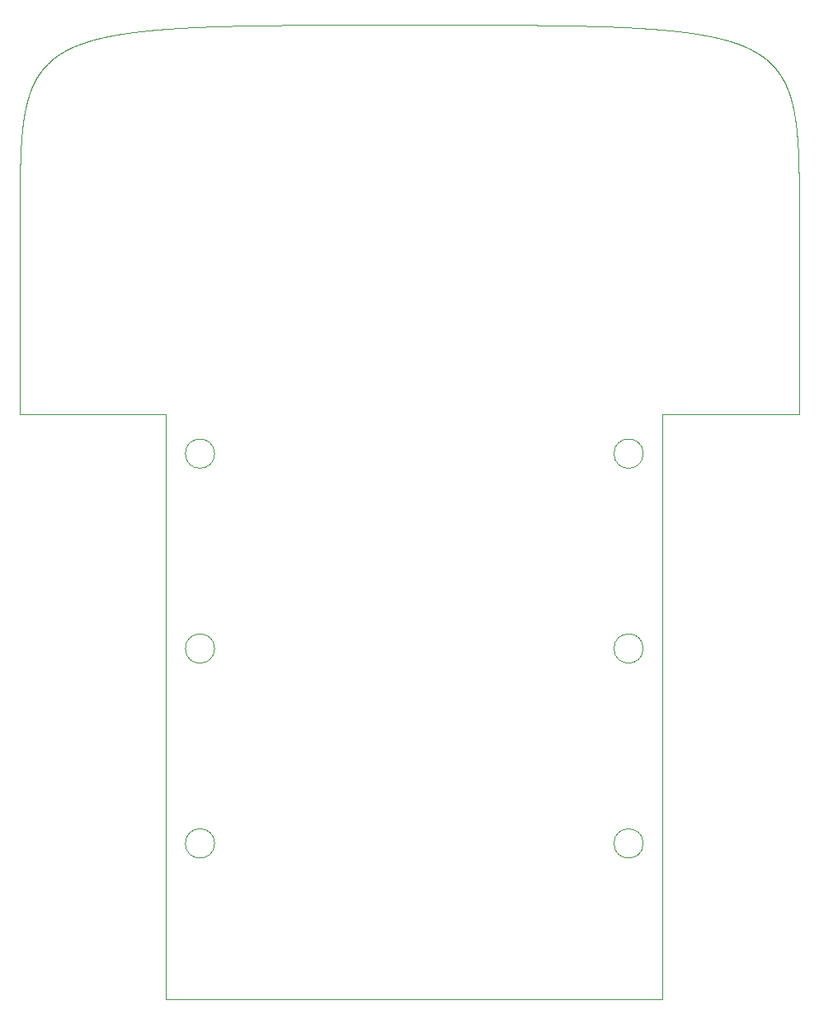
<source format=gm1>
G04 #@! TF.GenerationSoftware,KiCad,Pcbnew,9.0.0*
G04 #@! TF.CreationDate,2025-03-26T13:11:35-04:00*
G04 #@! TF.ProjectId,Gmouse,476d6f75-7365-42e6-9b69-6361645f7063,rev?*
G04 #@! TF.SameCoordinates,Original*
G04 #@! TF.FileFunction,Profile,NP*
%FSLAX46Y46*%
G04 Gerber Fmt 4.6, Leading zero omitted, Abs format (unit mm)*
G04 Created by KiCad (PCBNEW 9.0.0) date 2025-03-26 13:11:35*
%MOMM*%
%LPD*%
G01*
G04 APERTURE LIST*
%ADD10C,0.050000*%
G04 #@! TA.AperFunction,Profile*
%ADD11C,0.050000*%
G04 #@! TD*
G04 APERTURE END LIST*
D10*
X94000000Y-40000000D02*
X93069805Y-40000010D01*
X92610165Y-40000032D01*
X92154144Y-40000076D01*
X91701728Y-40000149D01*
X91252903Y-40000257D01*
X90807654Y-40000409D01*
X90365967Y-40000610D01*
X89927827Y-40000869D01*
X89493221Y-40001192D01*
X89062134Y-40001587D01*
X88847906Y-40001813D01*
X88634552Y-40002060D01*
X88422071Y-40002328D01*
X88210460Y-40002619D01*
X87999719Y-40002933D01*
X87789845Y-40003271D01*
X87580836Y-40003634D01*
X87372691Y-40004023D01*
X87165407Y-40004439D01*
X86958984Y-40004883D01*
X86753420Y-40005355D01*
X86548711Y-40005857D01*
X86344858Y-40006389D01*
X86141857Y-40006952D01*
X85939708Y-40007548D01*
X85738408Y-40008177D01*
X85537955Y-40008839D01*
X85338348Y-40009537D01*
X85139586Y-40010270D01*
X84941665Y-40011040D01*
X84744585Y-40011847D01*
X84548344Y-40012693D01*
X84352939Y-40013579D01*
X84158370Y-40014504D01*
X83964633Y-40015471D01*
X83771729Y-40016479D01*
X83579653Y-40017531D01*
X83388406Y-40018626D01*
X83197985Y-40019767D01*
X83008389Y-40020952D01*
X82819614Y-40022184D01*
X82631661Y-40023464D01*
X82444526Y-40024792D01*
X82258209Y-40026169D01*
X82072707Y-40027596D01*
X81888019Y-40029074D01*
X81704143Y-40030604D01*
X81521076Y-40032187D01*
X81338818Y-40033823D01*
X81157366Y-40035514D01*
X80976719Y-40037260D01*
X80796875Y-40039063D01*
X80617832Y-40040922D01*
X80439588Y-40042840D01*
X80262142Y-40044817D01*
X80085491Y-40046854D01*
X79909635Y-40048952D01*
X79734570Y-40051111D01*
X79560296Y-40053333D01*
X79386810Y-40055618D01*
X79214112Y-40057968D01*
X79042198Y-40060383D01*
X78871067Y-40062864D01*
X78700718Y-40065413D01*
X78615836Y-40066712D01*
X78531148Y-40068029D01*
X78446655Y-40069363D01*
X78362357Y-40070714D01*
X78278252Y-40072082D01*
X78194341Y-40073469D01*
X78110624Y-40074872D01*
X78027100Y-40076294D01*
X77943769Y-40077733D01*
X77860631Y-40079191D01*
X77777685Y-40080666D01*
X77694932Y-40082160D01*
X77612372Y-40083672D01*
X77530003Y-40085203D01*
X77447826Y-40086752D01*
X77365841Y-40088320D01*
X77284047Y-40089906D01*
X77202444Y-40091512D01*
X77121032Y-40093136D01*
X77039811Y-40094780D01*
X76958780Y-40096442D01*
X76877939Y-40098125D01*
X76797288Y-40099826D01*
X76716827Y-40101547D01*
X76636556Y-40103288D01*
X76556474Y-40105049D01*
X76476581Y-40106829D01*
X76396877Y-40108629D01*
X76317361Y-40110450D01*
X76238034Y-40112291D01*
X76158895Y-40114152D01*
X76079945Y-40116034D01*
X76001182Y-40117936D01*
X75922606Y-40119859D01*
X75844218Y-40121802D01*
X75766016Y-40123767D01*
X75688002Y-40125752D01*
X75610174Y-40127759D01*
X75532533Y-40129787D01*
X75455078Y-40131836D01*
X75377809Y-40133907D01*
X75300726Y-40135999D01*
X75223828Y-40138113D01*
X75147115Y-40140249D01*
X75070588Y-40142406D01*
X74994245Y-40144586D01*
X74918087Y-40146788D01*
X74842113Y-40149012D01*
X74766324Y-40151258D01*
X74690719Y-40153527D01*
X74615297Y-40155818D01*
X74540059Y-40158132D01*
X74465004Y-40160469D01*
X74390132Y-40162829D01*
X74315443Y-40165212D01*
X74240936Y-40167618D01*
X74166612Y-40170047D01*
X74092470Y-40172500D01*
X74018510Y-40174976D01*
X73944732Y-40177475D01*
X73871135Y-40179999D01*
X73797720Y-40182546D01*
X73724486Y-40185117D01*
X73651432Y-40187712D01*
X73578559Y-40190331D01*
X73505866Y-40192974D01*
X73433354Y-40195642D01*
X73361022Y-40198334D01*
X73288869Y-40201051D01*
X73216895Y-40203793D01*
X73145101Y-40206559D01*
X73073486Y-40209351D01*
X73002050Y-40212167D01*
X72930793Y-40215008D01*
X72859713Y-40217875D01*
X72788812Y-40220767D01*
X72718089Y-40223685D01*
X72647543Y-40226628D01*
X72577175Y-40229597D01*
X72506985Y-40232592D01*
X72436971Y-40235612D01*
X72367134Y-40238659D01*
X72297474Y-40241732D01*
X72227990Y-40244831D01*
X72158682Y-40247956D01*
X72089550Y-40251108D01*
X72020594Y-40254287D01*
X71951813Y-40257492D01*
X71883207Y-40260724D01*
X71814777Y-40263983D01*
X71746521Y-40267269D01*
X71678440Y-40270582D01*
X71610533Y-40273923D01*
X71542800Y-40277291D01*
X71475241Y-40280686D01*
X71407856Y-40284109D01*
X71340644Y-40287560D01*
X71273606Y-40291038D01*
X71206740Y-40294545D01*
X71140048Y-40298079D01*
X71073527Y-40301642D01*
X71007180Y-40305233D01*
X70941004Y-40308852D01*
X70875000Y-40312500D01*
X70809168Y-40316176D01*
X70743507Y-40319882D01*
X70678018Y-40323616D01*
X70612699Y-40327379D01*
X70547551Y-40331171D01*
X70482574Y-40334992D01*
X70417767Y-40338842D01*
X70353130Y-40342722D01*
X70288663Y-40346631D01*
X70224366Y-40350570D01*
X70160238Y-40354539D01*
X70096280Y-40358537D01*
X70032490Y-40362566D01*
X69968869Y-40366624D01*
X69905417Y-40370713D01*
X69842133Y-40374832D01*
X69779017Y-40378982D01*
X69716068Y-40383161D01*
X69653288Y-40387372D01*
X69590675Y-40391613D01*
X69528229Y-40395885D01*
X69465950Y-40400188D01*
X69403838Y-40404523D01*
X69341892Y-40408888D01*
X69280113Y-40413284D01*
X69218500Y-40417712D01*
X69157052Y-40422172D01*
X69095770Y-40426663D01*
X69034654Y-40431186D01*
X68973703Y-40435741D01*
X68912916Y-40440328D01*
X68852295Y-40444946D01*
X68791838Y-40449597D01*
X68731545Y-40454281D01*
X68671416Y-40458996D01*
X68611452Y-40463744D01*
X68551650Y-40468525D01*
X68492013Y-40473339D01*
X68432538Y-40478185D01*
X68373226Y-40483065D01*
X68314077Y-40487977D01*
X68255091Y-40492923D01*
X68196266Y-40497902D01*
X68137604Y-40502914D01*
X68079104Y-40507960D01*
X68020765Y-40513040D01*
X67962588Y-40518153D01*
X67904572Y-40523300D01*
X67846716Y-40528481D01*
X67789022Y-40533697D01*
X67731488Y-40538946D01*
X67674114Y-40544230D01*
X67616900Y-40549548D01*
X67559846Y-40554901D01*
X67502952Y-40560288D01*
X67446217Y-40565710D01*
X67389641Y-40571167D01*
X67333224Y-40576659D01*
X67276966Y-40582186D01*
X67220866Y-40587748D01*
X67164924Y-40593346D01*
X67109141Y-40598979D01*
X67053515Y-40604647D01*
X66998047Y-40610352D01*
X66942736Y-40616092D01*
X66887582Y-40621867D01*
X66832586Y-40627679D01*
X66777746Y-40633527D01*
X66723062Y-40639411D01*
X66668535Y-40645332D01*
X66614163Y-40651288D01*
X66559948Y-40657282D01*
X66505888Y-40663312D01*
X66451983Y-40669379D01*
X66398234Y-40675483D01*
X66344639Y-40681623D01*
X66291199Y-40687801D01*
X66237914Y-40694016D01*
X66184783Y-40700268D01*
X66131805Y-40706558D01*
X66078982Y-40712886D01*
X66026312Y-40719251D01*
X65973795Y-40725653D01*
X65921432Y-40732094D01*
X65869221Y-40738573D01*
X65817164Y-40745090D01*
X65765258Y-40751645D01*
X65713505Y-40758238D01*
X65661904Y-40764870D01*
X65610454Y-40771540D01*
X65559156Y-40778249D01*
X65508009Y-40784997D01*
X65457014Y-40791783D01*
X65406169Y-40798609D01*
X65355475Y-40805474D01*
X65304932Y-40812378D01*
X65254538Y-40819321D01*
X65204295Y-40826304D01*
X65154201Y-40833326D01*
X65104257Y-40840389D01*
X65054462Y-40847490D01*
X65004817Y-40854632D01*
X64955320Y-40861814D01*
X64905972Y-40869036D01*
X64856772Y-40876298D01*
X64807720Y-40883600D01*
X64758816Y-40890943D01*
X64710061Y-40898327D01*
X64661452Y-40905751D01*
X64612991Y-40913216D01*
X64564677Y-40920722D01*
X64516510Y-40928268D01*
X64468489Y-40935856D01*
X64420615Y-40943486D01*
X64372887Y-40951156D01*
X64325305Y-40958868D01*
X64277869Y-40966622D01*
X64230578Y-40974417D01*
X64183433Y-40982254D01*
X64136433Y-40990133D01*
X64089577Y-40998054D01*
X64042866Y-41006017D01*
X63996300Y-41014023D01*
X63949877Y-41022071D01*
X63903599Y-41030161D01*
X63857464Y-41038294D01*
X63811473Y-41046469D01*
X63765625Y-41054688D01*
X63719920Y-41062949D01*
X63674358Y-41071253D01*
X63628939Y-41079600D01*
X63583662Y-41087991D01*
X63538527Y-41096425D01*
X63493534Y-41104902D01*
X63448682Y-41113424D01*
X63403973Y-41121988D01*
X63359404Y-41130597D01*
X63314977Y-41139249D01*
X63270690Y-41147946D01*
X63226544Y-41156687D01*
X63182538Y-41165471D01*
X63138673Y-41174301D01*
X63094947Y-41183175D01*
X63051361Y-41192093D01*
X63007915Y-41201056D01*
X62964607Y-41210064D01*
X62921439Y-41219117D01*
X62878410Y-41228215D01*
X62835519Y-41237358D01*
X62792767Y-41246546D01*
X62750152Y-41255779D01*
X62707676Y-41265059D01*
X62665337Y-41274383D01*
X62623136Y-41283754D01*
X62581072Y-41293170D01*
X62539145Y-41302632D01*
X62497355Y-41312140D01*
X62455701Y-41321695D01*
X62414184Y-41331295D01*
X62372803Y-41340942D01*
X62331557Y-41350636D01*
X62290448Y-41360376D01*
X62249474Y-41370163D01*
X62208635Y-41379997D01*
X62167931Y-41389877D01*
X62127362Y-41399805D01*
X62086927Y-41409780D01*
X62046627Y-41419802D01*
X62006461Y-41429871D01*
X61966429Y-41439988D01*
X61926530Y-41450153D01*
X61886765Y-41460365D01*
X61847133Y-41470625D01*
X61827367Y-41475773D01*
X61807634Y-41480933D01*
X61787935Y-41486105D01*
X61768268Y-41491289D01*
X61748635Y-41496486D01*
X61729034Y-41501694D01*
X61709467Y-41506914D01*
X61689933Y-41512146D01*
X61670432Y-41517391D01*
X61650964Y-41522647D01*
X61631529Y-41527916D01*
X61612127Y-41533197D01*
X61592757Y-41538490D01*
X61573421Y-41543795D01*
X61554117Y-41549112D01*
X61534847Y-41554442D01*
X61515609Y-41559783D01*
X61496404Y-41565137D01*
X61477231Y-41570504D01*
X61458092Y-41575882D01*
X61438985Y-41581273D01*
X61419910Y-41586676D01*
X61400869Y-41592091D01*
X61381860Y-41597518D01*
X61362883Y-41602958D01*
X61343939Y-41608411D01*
X61325028Y-41613875D01*
X61306149Y-41619352D01*
X61287302Y-41624841D01*
X61268488Y-41630343D01*
X61249707Y-41635857D01*
X61230958Y-41641384D01*
X61212241Y-41646923D01*
X61193556Y-41652474D01*
X61174904Y-41658038D01*
X61156284Y-41663614D01*
X61137696Y-41669203D01*
X61119141Y-41674805D01*
X61100617Y-41680419D01*
X61082126Y-41686045D01*
X61063667Y-41691684D01*
X61045240Y-41697335D01*
X61026845Y-41702999D01*
X61008482Y-41708676D01*
X60990152Y-41714365D01*
X60971853Y-41720067D01*
X60953586Y-41725782D01*
X60935351Y-41731509D01*
X60917148Y-41737249D01*
X60898977Y-41743001D01*
X60880838Y-41748766D01*
X60862730Y-41754544D01*
X60844654Y-41760335D01*
X60826611Y-41766138D01*
X60808598Y-41771954D01*
X60790618Y-41777783D01*
X60772669Y-41783624D01*
X60754752Y-41789479D01*
X60736867Y-41795346D01*
X60719013Y-41801226D01*
X60701190Y-41807119D01*
X60683400Y-41813024D01*
X60665640Y-41818943D01*
X60647913Y-41824874D01*
X60630216Y-41830818D01*
X60612552Y-41836775D01*
X60594918Y-41842745D01*
X60577316Y-41848728D01*
X60559745Y-41854724D01*
X60542206Y-41860733D01*
X60524698Y-41866755D01*
X60507221Y-41872790D01*
X60489775Y-41878837D01*
X60472361Y-41884898D01*
X60454978Y-41890972D01*
X60437625Y-41897059D01*
X60420305Y-41903159D01*
X60403015Y-41909271D01*
X60385756Y-41915397D01*
X60368528Y-41921537D01*
X60351331Y-41927689D01*
X60334166Y-41933854D01*
X60317031Y-41940033D01*
X60299927Y-41946224D01*
X60282854Y-41952429D01*
X60265812Y-41958647D01*
X60248801Y-41964878D01*
X60231820Y-41971122D01*
X60214871Y-41977380D01*
X60197952Y-41983650D01*
X60181064Y-41989934D01*
X60164206Y-41996232D01*
X60147379Y-42002542D01*
X60130583Y-42008866D01*
X60113818Y-42015203D01*
X60097083Y-42021554D01*
X60080379Y-42027917D01*
X60063705Y-42034294D01*
X60047062Y-42040685D01*
X60030449Y-42047089D01*
X60013866Y-42053506D01*
X59997314Y-42059937D01*
X59980793Y-42066381D01*
X59964302Y-42072838D01*
X59947841Y-42079309D01*
X59931410Y-42085793D01*
X59915010Y-42092291D01*
X59898640Y-42098802D01*
X59882301Y-42105327D01*
X59865991Y-42111865D01*
X59849712Y-42118417D01*
X59833463Y-42124982D01*
X59817244Y-42131561D01*
X59801055Y-42138154D01*
X59784896Y-42144760D01*
X59768767Y-42151379D01*
X59752668Y-42158013D01*
X59736599Y-42164660D01*
X59720560Y-42171320D01*
X59704551Y-42177994D01*
X59688572Y-42184682D01*
X59672623Y-42191383D01*
X59656703Y-42198099D01*
X59640814Y-42204827D01*
X59624954Y-42211570D01*
X59609124Y-42218326D01*
X59593323Y-42225096D01*
X59577553Y-42231880D01*
X59561812Y-42238678D01*
X59546100Y-42245489D01*
X59530419Y-42252314D01*
X59514767Y-42259153D01*
X59499144Y-42266006D01*
X59483551Y-42272873D01*
X59467988Y-42279753D01*
X59452453Y-42286648D01*
X59436949Y-42293556D01*
X59421474Y-42300478D01*
X59406028Y-42307414D01*
X59390611Y-42314365D01*
X59375224Y-42321328D01*
X59359867Y-42328306D01*
X59344538Y-42335298D01*
X59329239Y-42342304D01*
X59313969Y-42349324D01*
X59298728Y-42356358D01*
X59283516Y-42363406D01*
X59268334Y-42370468D01*
X59253180Y-42377544D01*
X59238056Y-42384634D01*
X59222961Y-42391738D01*
X59207895Y-42398856D01*
X59192857Y-42405989D01*
X59177849Y-42413135D01*
X59162870Y-42420296D01*
X59147920Y-42427471D01*
X59132998Y-42434660D01*
X59118105Y-42441863D01*
X59103242Y-42449080D01*
X59088407Y-42456312D01*
X59073600Y-42463557D01*
X59058823Y-42470817D01*
X59044074Y-42478092D01*
X59029354Y-42485380D01*
X59014663Y-42492683D01*
X59000000Y-42500000D01*
X58985366Y-42507331D01*
X58970760Y-42514677D01*
X58956183Y-42522037D01*
X58941635Y-42529411D01*
X58927115Y-42536800D01*
X58912623Y-42544203D01*
X58898160Y-42551621D01*
X58883726Y-42559053D01*
X58869319Y-42566499D01*
X58854941Y-42573960D01*
X58840592Y-42581435D01*
X58826271Y-42588925D01*
X58811978Y-42596429D01*
X58797713Y-42603947D01*
X58783476Y-42611480D01*
X58769268Y-42619028D01*
X58755088Y-42626590D01*
X58740936Y-42634167D01*
X58726812Y-42641758D01*
X58712716Y-42649364D01*
X58698648Y-42656984D01*
X58684608Y-42664619D01*
X58670597Y-42672269D01*
X58656613Y-42679933D01*
X58642657Y-42687612D01*
X58628729Y-42695306D01*
X58614829Y-42703014D01*
X58600957Y-42710737D01*
X58587112Y-42718474D01*
X58573296Y-42726227D01*
X58559507Y-42733994D01*
X58545746Y-42741776D01*
X58532012Y-42749572D01*
X58518307Y-42757383D01*
X58504629Y-42765209D01*
X58490978Y-42773050D01*
X58477356Y-42780906D01*
X58463760Y-42788776D01*
X58450193Y-42796662D01*
X58436653Y-42804562D01*
X58423140Y-42812477D01*
X58409655Y-42820407D01*
X58396197Y-42828352D01*
X58382767Y-42836311D01*
X58369364Y-42844286D01*
X58355988Y-42852276D01*
X58342640Y-42860280D01*
X58329319Y-42868299D01*
X58316025Y-42876334D01*
X58302759Y-42884383D01*
X58289520Y-42892448D01*
X58276308Y-42900527D01*
X58263123Y-42908622D01*
X58249965Y-42916731D01*
X58236834Y-42924856D01*
X58223731Y-42932996D01*
X58210654Y-42941150D01*
X58197604Y-42949320D01*
X58184582Y-42957505D01*
X58171586Y-42965705D01*
X58158618Y-42973920D01*
X58145676Y-42982151D01*
X58132761Y-42990396D01*
X58119873Y-42998657D01*
X58107012Y-43006933D01*
X58094177Y-43015224D01*
X58081370Y-43023531D01*
X58068589Y-43031852D01*
X58055835Y-43040189D01*
X58043107Y-43048541D01*
X58030406Y-43056909D01*
X58017732Y-43065292D01*
X58005085Y-43073690D01*
X57992463Y-43082103D01*
X57979869Y-43090532D01*
X57967301Y-43098976D01*
X57954759Y-43107435D01*
X57942244Y-43115910D01*
X57929756Y-43124400D01*
X57917294Y-43132906D01*
X57904858Y-43141427D01*
X57892448Y-43149963D01*
X57880065Y-43158515D01*
X57867708Y-43167083D01*
X57855378Y-43175666D01*
X57843073Y-43184264D01*
X57830795Y-43192878D01*
X57818543Y-43201507D01*
X57806317Y-43210152D01*
X57794117Y-43218813D01*
X57781944Y-43227489D01*
X57769796Y-43236180D01*
X57757675Y-43244888D01*
X57745579Y-43253610D01*
X57733510Y-43262349D01*
X57721466Y-43271103D01*
X57709448Y-43279873D01*
X57697457Y-43288658D01*
X57685491Y-43297459D01*
X57673551Y-43306276D01*
X57661637Y-43315108D01*
X57649748Y-43323956D01*
X57637885Y-43332820D01*
X57626049Y-43341700D01*
X57614237Y-43350595D01*
X57602452Y-43359506D01*
X57590692Y-43368433D01*
X57578958Y-43377376D01*
X57567249Y-43386335D01*
X57555566Y-43395309D01*
X57543908Y-43404299D01*
X57532276Y-43413305D01*
X57520670Y-43422327D01*
X57509088Y-43431365D01*
X57497533Y-43440419D01*
X57486002Y-43449488D01*
X57474497Y-43458574D01*
X57463018Y-43467676D01*
X57451564Y-43476793D01*
X57440135Y-43485926D01*
X57428731Y-43495076D01*
X57417352Y-43504241D01*
X57405999Y-43513423D01*
X57394671Y-43522620D01*
X57383368Y-43531834D01*
X57372090Y-43541063D01*
X57360837Y-43550309D01*
X57349609Y-43559570D01*
X57338407Y-43568848D01*
X57327229Y-43578142D01*
X57316076Y-43587452D01*
X57304949Y-43596778D01*
X57293846Y-43606120D01*
X57282768Y-43615479D01*
X57271715Y-43624853D01*
X57260686Y-43634244D01*
X57249683Y-43643651D01*
X57238704Y-43653074D01*
X57227750Y-43662514D01*
X57216821Y-43671970D01*
X57205917Y-43681442D01*
X57195037Y-43690930D01*
X57184182Y-43700434D01*
X57173351Y-43709955D01*
X57162545Y-43719492D01*
X57151764Y-43729046D01*
X57141007Y-43738616D01*
X57130275Y-43748202D01*
X57119567Y-43757804D01*
X57108883Y-43767423D01*
X57098224Y-43777059D01*
X57087590Y-43786711D01*
X57076979Y-43796379D01*
X57066394Y-43806063D01*
X57055832Y-43815764D01*
X57045295Y-43825482D01*
X57034781Y-43835216D01*
X57024293Y-43844967D01*
X57013828Y-43854734D01*
X57003387Y-43864517D01*
X56992971Y-43874317D01*
X56982579Y-43884134D01*
X56972211Y-43893967D01*
X56961867Y-43903817D01*
X56951546Y-43913684D01*
X56941250Y-43923567D01*
X56930978Y-43933466D01*
X56920730Y-43943383D01*
X56910506Y-43953315D01*
X56900306Y-43963265D01*
X56890129Y-43973231D01*
X56879976Y-43983214D01*
X56869847Y-43993214D01*
X56859742Y-44003230D01*
X56849661Y-44013264D01*
X56839603Y-44023314D01*
X56829569Y-44033380D01*
X56819559Y-44043464D01*
X56809573Y-44053564D01*
X56799610Y-44063681D01*
X56789670Y-44073815D01*
X56779754Y-44083965D01*
X56769862Y-44094133D01*
X56759993Y-44104317D01*
X56750148Y-44114519D01*
X56740326Y-44124737D01*
X56730527Y-44134972D01*
X56720752Y-44145224D01*
X56711000Y-44155493D01*
X56701272Y-44165779D01*
X56691567Y-44176082D01*
X56681885Y-44186401D01*
X56672226Y-44196738D01*
X56662591Y-44207092D01*
X56652978Y-44217463D01*
X56643389Y-44227851D01*
X56633823Y-44238255D01*
X56624281Y-44248677D01*
X56614761Y-44259116D01*
X56605264Y-44269572D01*
X56595791Y-44280046D01*
X56586340Y-44290536D01*
X56576912Y-44301043D01*
X56567507Y-44311568D01*
X56558125Y-44322110D01*
X56548766Y-44332669D01*
X56539430Y-44343245D01*
X56530117Y-44353838D01*
X56520827Y-44364448D01*
X56511559Y-44375076D01*
X56502314Y-44385721D01*
X56493092Y-44396383D01*
X56483892Y-44407063D01*
X56474715Y-44417760D01*
X56465561Y-44428474D01*
X56456429Y-44439205D01*
X56447320Y-44449954D01*
X56438233Y-44460720D01*
X56429169Y-44471503D01*
X56420128Y-44482304D01*
X56411109Y-44493122D01*
X56402112Y-44503957D01*
X56393138Y-44514810D01*
X56384186Y-44525681D01*
X56375256Y-44536568D01*
X56366349Y-44547474D01*
X56357464Y-44558396D01*
X56348602Y-44569336D01*
X56339761Y-44580294D01*
X56330943Y-44591269D01*
X56322147Y-44602262D01*
X56313373Y-44613272D01*
X56304621Y-44624300D01*
X56295892Y-44635345D01*
X56287184Y-44646408D01*
X56278499Y-44657488D01*
X56269835Y-44668586D01*
X56261194Y-44679702D01*
X56252574Y-44690835D01*
X56243977Y-44701986D01*
X56235401Y-44713155D01*
X56226847Y-44724341D01*
X56218315Y-44735545D01*
X56209805Y-44746767D01*
X56201317Y-44758006D01*
X56192850Y-44769263D01*
X56184405Y-44780538D01*
X56175982Y-44791831D01*
X56167581Y-44803141D01*
X56159201Y-44814469D01*
X56150843Y-44825815D01*
X56142506Y-44837179D01*
X56134191Y-44848561D01*
X56125897Y-44859960D01*
X56117625Y-44871377D01*
X56109375Y-44882813D01*
X56101146Y-44894266D01*
X56092938Y-44905736D01*
X56084752Y-44917225D01*
X56076587Y-44928732D01*
X56068444Y-44940257D01*
X56060322Y-44951799D01*
X56052221Y-44963360D01*
X56044141Y-44974939D01*
X56036083Y-44986535D01*
X56028046Y-44998150D01*
X56020030Y-45009782D01*
X56012035Y-45021433D01*
X56004061Y-45033102D01*
X55996109Y-45044789D01*
X55988177Y-45056493D01*
X55980267Y-45068216D01*
X55972377Y-45079957D01*
X55964509Y-45091717D01*
X55956661Y-45103494D01*
X55948834Y-45115289D01*
X55941029Y-45127103D01*
X55933244Y-45138935D01*
X55925480Y-45150785D01*
X55917737Y-45162653D01*
X55910014Y-45174539D01*
X55902312Y-45186444D01*
X55894632Y-45198367D01*
X55886971Y-45210308D01*
X55879332Y-45222267D01*
X55871713Y-45234245D01*
X55864115Y-45246241D01*
X55856537Y-45258255D01*
X55848980Y-45270288D01*
X55841443Y-45282339D01*
X55833927Y-45294408D01*
X55826431Y-45306496D01*
X55818956Y-45318602D01*
X55811502Y-45330726D01*
X55804067Y-45342869D01*
X55796653Y-45355030D01*
X55789260Y-45367210D01*
X55781886Y-45379408D01*
X55774533Y-45391625D01*
X55767201Y-45403860D01*
X55759888Y-45416114D01*
X55752596Y-45428386D01*
X55745323Y-45440677D01*
X55738071Y-45452986D01*
X55730840Y-45465314D01*
X55723628Y-45477660D01*
X55716436Y-45490025D01*
X55709264Y-45502408D01*
X55702112Y-45514810D01*
X55694981Y-45527231D01*
X55687869Y-45539671D01*
X55680777Y-45552129D01*
X55673705Y-45564605D01*
X55666653Y-45577101D01*
X55659621Y-45589615D01*
X55652608Y-45602147D01*
X55645616Y-45614699D01*
X55638643Y-45627269D01*
X55631689Y-45639858D01*
X55624756Y-45652466D01*
X55617842Y-45665092D01*
X55610948Y-45677738D01*
X55604073Y-45690402D01*
X55597218Y-45703085D01*
X55590383Y-45715786D01*
X55583567Y-45728507D01*
X55576770Y-45741246D01*
X55569993Y-45754005D01*
X55563236Y-45766782D01*
X55556498Y-45779578D01*
X55549779Y-45792393D01*
X55543080Y-45805227D01*
X55536400Y-45818080D01*
X55529739Y-45830952D01*
X55523098Y-45843843D01*
X55516476Y-45856752D01*
X55509873Y-45869681D01*
X55503289Y-45882629D01*
X55496724Y-45895596D01*
X55490179Y-45908582D01*
X55483653Y-45921587D01*
X55477145Y-45934611D01*
X55470657Y-45947654D01*
X55464188Y-45960716D01*
X55457738Y-45973797D01*
X55451307Y-45986898D01*
X55444895Y-46000017D01*
X55438501Y-46013156D01*
X55432127Y-46026314D01*
X55425771Y-46039491D01*
X55419434Y-46052687D01*
X55413116Y-46065903D01*
X55406817Y-46079137D01*
X55400537Y-46092391D01*
X55394275Y-46105665D01*
X55388032Y-46118957D01*
X55381808Y-46132269D01*
X55375602Y-46145600D01*
X55369415Y-46158950D01*
X55363246Y-46172320D01*
X55357096Y-46185709D01*
X55350965Y-46199117D01*
X55344852Y-46212545D01*
X55338758Y-46225992D01*
X55332682Y-46239458D01*
X55326624Y-46252944D01*
X55320585Y-46266449D01*
X55314564Y-46279974D01*
X55308561Y-46293518D01*
X55302577Y-46307082D01*
X55296611Y-46320665D01*
X55290663Y-46334267D01*
X55284734Y-46347889D01*
X55278822Y-46361531D01*
X55272929Y-46375192D01*
X55267054Y-46388873D01*
X55261197Y-46402573D01*
X55255358Y-46416293D01*
X55249537Y-46430032D01*
X55243735Y-46443791D01*
X55237950Y-46457570D01*
X55232183Y-46471368D01*
X55226434Y-46485186D01*
X55220703Y-46499023D01*
X55214990Y-46512881D01*
X55209295Y-46526757D01*
X55203617Y-46540654D01*
X55197958Y-46554570D01*
X55192316Y-46568506D01*
X55186692Y-46582462D01*
X55181085Y-46596438D01*
X55175497Y-46610433D01*
X55169926Y-46624448D01*
X55164372Y-46638483D01*
X55158836Y-46652537D01*
X55153318Y-46666612D01*
X55147817Y-46680706D01*
X55142334Y-46694820D01*
X55136868Y-46708954D01*
X55131420Y-46723108D01*
X55125989Y-46737282D01*
X55120576Y-46751476D01*
X55115180Y-46765689D01*
X55109801Y-46779923D01*
X55104440Y-46794177D01*
X55099096Y-46808450D01*
X55093769Y-46822743D01*
X55088459Y-46837057D01*
X55083167Y-46851390D01*
X55077892Y-46865744D01*
X55072634Y-46880117D01*
X55067393Y-46894511D01*
X55062169Y-46908924D01*
X55056963Y-46923358D01*
X55051773Y-46937812D01*
X55046600Y-46952286D01*
X55041445Y-46966780D01*
X55036306Y-46981294D01*
X55031184Y-46995828D01*
X55026079Y-47010383D01*
X55020991Y-47024957D01*
X55015920Y-47039552D01*
X55010866Y-47054167D01*
X55005828Y-47068802D01*
X55000808Y-47083458D01*
X54995804Y-47098133D01*
X54990816Y-47112829D01*
X54985846Y-47127545D01*
X54980892Y-47142282D01*
X54975954Y-47157039D01*
X54971034Y-47171816D01*
X54966129Y-47186613D01*
X54961242Y-47201431D01*
X54956370Y-47216269D01*
X54951516Y-47231127D01*
X54946678Y-47246006D01*
X54941856Y-47260906D01*
X54937050Y-47275825D01*
X54932261Y-47290765D01*
X54927489Y-47305726D01*
X54922732Y-47320707D01*
X54917992Y-47335708D01*
X54913269Y-47350730D01*
X54908561Y-47365773D01*
X54903870Y-47380836D01*
X54899195Y-47395919D01*
X54894535Y-47411023D01*
X54889893Y-47426147D01*
X54885266Y-47441293D01*
X54880655Y-47456458D01*
X54876060Y-47471644D01*
X54871482Y-47486851D01*
X54866919Y-47502079D01*
X54862372Y-47517327D01*
X54857841Y-47532596D01*
X54853326Y-47547885D01*
X54848827Y-47563195D01*
X54844344Y-47578526D01*
X54839877Y-47593878D01*
X54835425Y-47609250D01*
X54830989Y-47624643D01*
X54826569Y-47640056D01*
X54822164Y-47655491D01*
X54817776Y-47670946D01*
X54813403Y-47686422D01*
X54809045Y-47701919D01*
X54804703Y-47717437D01*
X54800377Y-47732975D01*
X54796066Y-47748534D01*
X54791771Y-47764114D01*
X54787491Y-47779716D01*
X54783226Y-47795337D01*
X54778978Y-47810980D01*
X54774744Y-47826644D01*
X54770526Y-47842329D01*
X54766323Y-47858034D01*
X54762135Y-47873761D01*
X54757963Y-47889508D01*
X54753806Y-47905277D01*
X54749664Y-47921066D01*
X54741426Y-47952708D01*
X54733249Y-47984435D01*
X54725132Y-48016245D01*
X54717075Y-48048140D01*
X54709078Y-48080119D01*
X54701140Y-48112183D01*
X54693263Y-48144332D01*
X54685444Y-48176565D01*
X54677684Y-48208884D01*
X54669983Y-48241287D01*
X54662341Y-48273776D01*
X54654757Y-48306350D01*
X54647231Y-48339009D01*
X54639763Y-48371754D01*
X54632353Y-48404584D01*
X54625000Y-48437500D01*
X54617704Y-48470502D01*
X54610466Y-48503590D01*
X54603284Y-48536764D01*
X54596159Y-48570024D01*
X54589090Y-48603370D01*
X54582077Y-48636803D01*
X54575120Y-48670322D01*
X54568218Y-48703928D01*
X54561372Y-48737621D01*
X54554582Y-48771400D01*
X54547846Y-48805266D01*
X54541165Y-48839220D01*
X54534538Y-48873260D01*
X54527966Y-48907388D01*
X54521448Y-48941604D01*
X54514984Y-48975906D01*
X54508574Y-49010297D01*
X54502217Y-49044775D01*
X54495913Y-49079341D01*
X54489662Y-49113995D01*
X54483464Y-49148737D01*
X54477318Y-49183567D01*
X54471225Y-49218485D01*
X54465183Y-49253492D01*
X54459194Y-49288588D01*
X54453256Y-49323772D01*
X54447370Y-49359044D01*
X54441535Y-49394406D01*
X54435750Y-49429857D01*
X54430017Y-49465396D01*
X54424334Y-49501025D01*
X54418701Y-49536743D01*
X54413119Y-49572551D01*
X54407586Y-49608448D01*
X54402103Y-49644434D01*
X54396669Y-49680511D01*
X54391284Y-49716677D01*
X54385949Y-49752933D01*
X54380662Y-49789280D01*
X54375423Y-49825716D01*
X54370233Y-49862243D01*
X54365091Y-49898860D01*
X54359997Y-49935568D01*
X54354950Y-49972366D01*
X54349951Y-50009255D01*
X54344999Y-50046235D01*
X54340094Y-50083306D01*
X54335236Y-50120468D01*
X54330424Y-50157721D01*
X54325658Y-50195066D01*
X54320938Y-50232502D01*
X54316265Y-50270029D01*
X54311636Y-50307648D01*
X54307054Y-50345359D01*
X54302516Y-50383162D01*
X54298023Y-50421057D01*
X54293575Y-50459044D01*
X54289172Y-50497123D01*
X54284812Y-50535294D01*
X54280497Y-50573558D01*
X54276226Y-50611914D01*
X54271998Y-50650363D01*
X54267813Y-50688905D01*
X54263672Y-50727539D01*
X54259573Y-50766267D01*
X54255518Y-50805087D01*
X54251504Y-50844001D01*
X54247533Y-50883008D01*
X54243604Y-50922109D01*
X54239717Y-50961303D01*
X54235871Y-51000591D01*
X54232067Y-51039972D01*
X54228304Y-51079448D01*
X54224582Y-51119017D01*
X54220900Y-51158681D01*
X54217259Y-51198438D01*
X54213658Y-51238290D01*
X54210097Y-51278237D01*
X54206576Y-51318278D01*
X54203094Y-51358414D01*
X54199652Y-51398644D01*
X54196249Y-51438970D01*
X54192885Y-51479390D01*
X54189559Y-51519905D01*
X54186272Y-51560516D01*
X54183024Y-51601222D01*
X54179813Y-51642023D01*
X54176640Y-51682920D01*
X54173504Y-51723913D01*
X54170406Y-51765002D01*
X54167345Y-51806186D01*
X54164320Y-51847466D01*
X54161333Y-51888843D01*
X54158382Y-51930315D01*
X54155467Y-51971884D01*
X54152588Y-52013550D01*
X54149745Y-52055312D01*
X54146937Y-52097171D01*
X54144165Y-52139126D01*
X54141428Y-52181178D01*
X54138725Y-52223328D01*
X54136057Y-52265574D01*
X54133424Y-52307918D01*
X54130825Y-52350359D01*
X54128260Y-52392897D01*
X54125729Y-52435534D01*
X54123231Y-52478267D01*
X54120766Y-52521099D01*
X54118335Y-52564028D01*
X54115936Y-52607056D01*
X54113570Y-52650181D01*
X54111237Y-52693405D01*
X54108935Y-52736727D01*
X54106666Y-52780148D01*
X54104428Y-52823667D01*
X54102222Y-52867285D01*
X54100047Y-52911002D01*
X54097903Y-52954817D01*
X54095790Y-52998732D01*
X54093708Y-53042746D01*
X54091656Y-53086859D01*
X54089634Y-53131071D01*
X54087643Y-53175383D01*
X54085680Y-53219794D01*
X54083748Y-53264305D01*
X54081845Y-53308916D01*
X54079970Y-53353627D01*
X54078125Y-53398438D01*
X54076308Y-53443348D01*
X54074520Y-53488360D01*
X54072760Y-53533471D01*
X54071027Y-53578683D01*
X54069323Y-53623996D01*
X54067646Y-53669409D01*
X54065996Y-53714923D01*
X54064373Y-53760538D01*
X54062777Y-53806254D01*
X54061208Y-53852071D01*
X54059665Y-53897990D01*
X54058148Y-53944010D01*
X54056657Y-53990131D01*
X54055192Y-54036354D01*
X54053752Y-54082678D01*
X54052338Y-54129105D01*
X54050948Y-54175633D01*
X54049584Y-54222263D01*
X54048244Y-54268996D01*
X54046928Y-54315830D01*
X54045636Y-54362768D01*
X54044369Y-54409807D01*
X54043125Y-54456949D01*
X54041904Y-54504194D01*
X54040707Y-54551542D01*
X54039533Y-54598993D01*
X54038382Y-54646546D01*
X54037253Y-54694203D01*
X54036146Y-54741963D01*
X54035062Y-54789827D01*
X54034000Y-54837794D01*
X54032959Y-54885864D01*
X54031940Y-54934039D01*
X54030942Y-54982317D01*
X54029965Y-55030699D01*
X54029008Y-55079185D01*
X54028073Y-55127775D01*
X54027157Y-55176470D01*
X54026262Y-55225268D01*
X54025387Y-55274172D01*
X54024531Y-55323180D01*
X54023695Y-55372293D01*
X54022878Y-55421510D01*
X54022080Y-55470833D01*
X54021301Y-55520260D01*
X54020540Y-55569793D01*
X54019073Y-55669174D01*
X54017678Y-55768978D01*
X54016353Y-55869204D01*
X54015096Y-55969854D01*
X54013905Y-56070929D01*
X54012778Y-56172429D01*
X54011714Y-56274356D01*
X54010710Y-56376710D01*
X54009766Y-56479492D01*
X54008878Y-56582704D01*
X54008047Y-56686345D01*
X54007268Y-56790418D01*
X54006542Y-56894922D01*
X54005866Y-56999859D01*
X54005238Y-57105230D01*
X54004657Y-57211035D01*
X54004120Y-57317276D01*
X54003626Y-57423953D01*
X54003173Y-57531067D01*
X54002760Y-57638619D01*
X54002384Y-57746611D01*
X54002044Y-57855042D01*
X54001738Y-57963914D01*
X54001464Y-58073227D01*
X54001221Y-58182983D01*
X54001006Y-58293183D01*
X54000818Y-58403827D01*
X54000655Y-58514916D01*
X54000515Y-58626451D01*
X54000397Y-58738434D01*
X54000298Y-58850864D01*
X54000153Y-59077072D01*
X54000064Y-59305083D01*
X54000019Y-59534903D01*
X54000000Y-60000000D01*
D11*
X118000000Y-84000000D02*
G75*
G02*
X115000000Y-84000000I-1500000J0D01*
G01*
X115000000Y-84000000D02*
G75*
G02*
X118000000Y-84000000I1500000J0D01*
G01*
D10*
X94000000Y-40000000D02*
X94930195Y-40000010D01*
X95389835Y-40000032D01*
X95845856Y-40000076D01*
X96298272Y-40000149D01*
X96747097Y-40000257D01*
X97192346Y-40000409D01*
X97634033Y-40000610D01*
X98072173Y-40000869D01*
X98506779Y-40001192D01*
X98937866Y-40001587D01*
X99152094Y-40001813D01*
X99365448Y-40002060D01*
X99577929Y-40002328D01*
X99789540Y-40002619D01*
X100000281Y-40002933D01*
X100210155Y-40003271D01*
X100419164Y-40003634D01*
X100627309Y-40004023D01*
X100834593Y-40004439D01*
X101041016Y-40004883D01*
X101246580Y-40005355D01*
X101451289Y-40005857D01*
X101655142Y-40006389D01*
X101858143Y-40006952D01*
X102060292Y-40007548D01*
X102261592Y-40008177D01*
X102462045Y-40008839D01*
X102661652Y-40009537D01*
X102860414Y-40010270D01*
X103058335Y-40011040D01*
X103255415Y-40011847D01*
X103451656Y-40012693D01*
X103647061Y-40013579D01*
X103841630Y-40014504D01*
X104035367Y-40015471D01*
X104228271Y-40016479D01*
X104420347Y-40017531D01*
X104611594Y-40018626D01*
X104802015Y-40019767D01*
X104991611Y-40020952D01*
X105180386Y-40022184D01*
X105368339Y-40023464D01*
X105555474Y-40024792D01*
X105741791Y-40026169D01*
X105927293Y-40027596D01*
X106111981Y-40029074D01*
X106295857Y-40030604D01*
X106478924Y-40032187D01*
X106661182Y-40033823D01*
X106842634Y-40035514D01*
X107023281Y-40037260D01*
X107203125Y-40039063D01*
X107382168Y-40040922D01*
X107560412Y-40042840D01*
X107737858Y-40044817D01*
X107914509Y-40046854D01*
X108090365Y-40048952D01*
X108265430Y-40051111D01*
X108439704Y-40053333D01*
X108613190Y-40055618D01*
X108785888Y-40057968D01*
X108957802Y-40060383D01*
X109128933Y-40062864D01*
X109299282Y-40065413D01*
X109384164Y-40066712D01*
X109468852Y-40068029D01*
X109553345Y-40069363D01*
X109637643Y-40070714D01*
X109721748Y-40072082D01*
X109805659Y-40073469D01*
X109889376Y-40074872D01*
X109972900Y-40076294D01*
X110056231Y-40077733D01*
X110139369Y-40079191D01*
X110222315Y-40080666D01*
X110305068Y-40082160D01*
X110387628Y-40083672D01*
X110469997Y-40085203D01*
X110552174Y-40086752D01*
X110634159Y-40088320D01*
X110715953Y-40089906D01*
X110797556Y-40091512D01*
X110878968Y-40093136D01*
X110960189Y-40094780D01*
X111041220Y-40096442D01*
X111122061Y-40098125D01*
X111202712Y-40099826D01*
X111283173Y-40101547D01*
X111363444Y-40103288D01*
X111443526Y-40105049D01*
X111523419Y-40106829D01*
X111603123Y-40108629D01*
X111682639Y-40110450D01*
X111761966Y-40112291D01*
X111841105Y-40114152D01*
X111920055Y-40116034D01*
X111998818Y-40117936D01*
X112077394Y-40119859D01*
X112155782Y-40121802D01*
X112233984Y-40123767D01*
X112311998Y-40125752D01*
X112389826Y-40127759D01*
X112467467Y-40129787D01*
X112544922Y-40131836D01*
X112622191Y-40133907D01*
X112699274Y-40135999D01*
X112776172Y-40138113D01*
X112852885Y-40140249D01*
X112929412Y-40142406D01*
X113005755Y-40144586D01*
X113081913Y-40146788D01*
X113157887Y-40149012D01*
X113233676Y-40151258D01*
X113309281Y-40153527D01*
X113384703Y-40155818D01*
X113459941Y-40158132D01*
X113534996Y-40160469D01*
X113609868Y-40162829D01*
X113684557Y-40165212D01*
X113759064Y-40167618D01*
X113833388Y-40170047D01*
X113907530Y-40172500D01*
X113981490Y-40174976D01*
X114055268Y-40177475D01*
X114128865Y-40179999D01*
X114202280Y-40182546D01*
X114275514Y-40185117D01*
X114348568Y-40187712D01*
X114421441Y-40190331D01*
X114494134Y-40192974D01*
X114566646Y-40195642D01*
X114638978Y-40198334D01*
X114711131Y-40201051D01*
X114783105Y-40203793D01*
X114854899Y-40206559D01*
X114926514Y-40209351D01*
X114997950Y-40212167D01*
X115069207Y-40215008D01*
X115140287Y-40217875D01*
X115211188Y-40220767D01*
X115281911Y-40223685D01*
X115352457Y-40226628D01*
X115422825Y-40229597D01*
X115493015Y-40232592D01*
X115563029Y-40235612D01*
X115632866Y-40238659D01*
X115702526Y-40241732D01*
X115772010Y-40244831D01*
X115841318Y-40247956D01*
X115910450Y-40251108D01*
X115979406Y-40254287D01*
X116048187Y-40257492D01*
X116116793Y-40260724D01*
X116185223Y-40263983D01*
X116253479Y-40267269D01*
X116321560Y-40270582D01*
X116389467Y-40273923D01*
X116457200Y-40277291D01*
X116524759Y-40280686D01*
X116592144Y-40284109D01*
X116659356Y-40287560D01*
X116726394Y-40291038D01*
X116793260Y-40294545D01*
X116859952Y-40298079D01*
X116926473Y-40301642D01*
X116992820Y-40305233D01*
X117058996Y-40308852D01*
X117125000Y-40312500D01*
X117190832Y-40316176D01*
X117256493Y-40319882D01*
X117321982Y-40323616D01*
X117387301Y-40327379D01*
X117452449Y-40331171D01*
X117517426Y-40334992D01*
X117582233Y-40338842D01*
X117646870Y-40342722D01*
X117711337Y-40346631D01*
X117775634Y-40350570D01*
X117839762Y-40354539D01*
X117903720Y-40358537D01*
X117967510Y-40362566D01*
X118031131Y-40366624D01*
X118094583Y-40370713D01*
X118157867Y-40374832D01*
X118220983Y-40378982D01*
X118283932Y-40383161D01*
X118346712Y-40387372D01*
X118409325Y-40391613D01*
X118471771Y-40395885D01*
X118534050Y-40400188D01*
X118596162Y-40404523D01*
X118658108Y-40408888D01*
X118719887Y-40413284D01*
X118781500Y-40417712D01*
X118842948Y-40422172D01*
X118904230Y-40426663D01*
X118965346Y-40431186D01*
X119026297Y-40435741D01*
X119087084Y-40440328D01*
X119147705Y-40444946D01*
X119208162Y-40449597D01*
X119268455Y-40454281D01*
X119328584Y-40458996D01*
X119388548Y-40463744D01*
X119448350Y-40468525D01*
X119507987Y-40473339D01*
X119567462Y-40478185D01*
X119626774Y-40483065D01*
X119685923Y-40487977D01*
X119744909Y-40492923D01*
X119803734Y-40497902D01*
X119862396Y-40502914D01*
X119920896Y-40507960D01*
X119979235Y-40513040D01*
X120037412Y-40518153D01*
X120095428Y-40523300D01*
X120153284Y-40528481D01*
X120210978Y-40533697D01*
X120268512Y-40538946D01*
X120325886Y-40544230D01*
X120383100Y-40549548D01*
X120440154Y-40554901D01*
X120497048Y-40560288D01*
X120553783Y-40565710D01*
X120610359Y-40571167D01*
X120666776Y-40576659D01*
X120723034Y-40582186D01*
X120779134Y-40587748D01*
X120835076Y-40593346D01*
X120890859Y-40598979D01*
X120946485Y-40604647D01*
X121001953Y-40610352D01*
X121057264Y-40616092D01*
X121112418Y-40621867D01*
X121167414Y-40627679D01*
X121222254Y-40633527D01*
X121276938Y-40639411D01*
X121331465Y-40645332D01*
X121385837Y-40651288D01*
X121440052Y-40657282D01*
X121494112Y-40663312D01*
X121548017Y-40669379D01*
X121601766Y-40675483D01*
X121655361Y-40681623D01*
X121708801Y-40687801D01*
X121762086Y-40694016D01*
X121815217Y-40700268D01*
X121868195Y-40706558D01*
X121921018Y-40712886D01*
X121973688Y-40719251D01*
X122026205Y-40725653D01*
X122078568Y-40732094D01*
X122130779Y-40738573D01*
X122182836Y-40745090D01*
X122234742Y-40751645D01*
X122286495Y-40758238D01*
X122338096Y-40764870D01*
X122389546Y-40771540D01*
X122440844Y-40778249D01*
X122491991Y-40784997D01*
X122542986Y-40791783D01*
X122593831Y-40798609D01*
X122644525Y-40805474D01*
X122695068Y-40812378D01*
X122745462Y-40819321D01*
X122795705Y-40826304D01*
X122845799Y-40833326D01*
X122895743Y-40840389D01*
X122945538Y-40847490D01*
X122995183Y-40854632D01*
X123044680Y-40861814D01*
X123094028Y-40869036D01*
X123143228Y-40876298D01*
X123192280Y-40883600D01*
X123241184Y-40890943D01*
X123289939Y-40898327D01*
X123338548Y-40905751D01*
X123387009Y-40913216D01*
X123435323Y-40920722D01*
X123483490Y-40928268D01*
X123531511Y-40935856D01*
X123579385Y-40943486D01*
X123627113Y-40951156D01*
X123674695Y-40958868D01*
X123722131Y-40966622D01*
X123769422Y-40974417D01*
X123816567Y-40982254D01*
X123863567Y-40990133D01*
X123910423Y-40998054D01*
X123957134Y-41006017D01*
X124003700Y-41014023D01*
X124050123Y-41022071D01*
X124096401Y-41030161D01*
X124142536Y-41038294D01*
X124188527Y-41046469D01*
X124234375Y-41054688D01*
X124280080Y-41062949D01*
X124325642Y-41071253D01*
X124371061Y-41079600D01*
X124416338Y-41087991D01*
X124461473Y-41096425D01*
X124506466Y-41104902D01*
X124551318Y-41113424D01*
X124596027Y-41121988D01*
X124640596Y-41130597D01*
X124685023Y-41139249D01*
X124729310Y-41147946D01*
X124773456Y-41156687D01*
X124817462Y-41165471D01*
X124861327Y-41174301D01*
X124905053Y-41183175D01*
X124948639Y-41192093D01*
X124992085Y-41201056D01*
X125035393Y-41210064D01*
X125078561Y-41219117D01*
X125121590Y-41228215D01*
X125164481Y-41237358D01*
X125207233Y-41246546D01*
X125249848Y-41255779D01*
X125292324Y-41265059D01*
X125334663Y-41274383D01*
X125376864Y-41283754D01*
X125418928Y-41293170D01*
X125460855Y-41302632D01*
X125502645Y-41312140D01*
X125544299Y-41321695D01*
X125585816Y-41331295D01*
X125627197Y-41340942D01*
X125668443Y-41350636D01*
X125709552Y-41360376D01*
X125750526Y-41370163D01*
X125791365Y-41379997D01*
X125832069Y-41389877D01*
X125872638Y-41399805D01*
X125913073Y-41409780D01*
X125953373Y-41419802D01*
X125993539Y-41429871D01*
X126033571Y-41439988D01*
X126073470Y-41450153D01*
X126113235Y-41460365D01*
X126152867Y-41470625D01*
X126172633Y-41475773D01*
X126192366Y-41480933D01*
X126212065Y-41486105D01*
X126231732Y-41491289D01*
X126251365Y-41496486D01*
X126270966Y-41501694D01*
X126290533Y-41506914D01*
X126310067Y-41512146D01*
X126329568Y-41517391D01*
X126349036Y-41522647D01*
X126368471Y-41527916D01*
X126387873Y-41533197D01*
X126407243Y-41538490D01*
X126426579Y-41543795D01*
X126445883Y-41549112D01*
X126465153Y-41554442D01*
X126484391Y-41559783D01*
X126503596Y-41565137D01*
X126522769Y-41570504D01*
X126541908Y-41575882D01*
X126561015Y-41581273D01*
X126580090Y-41586676D01*
X126599131Y-41592091D01*
X126618140Y-41597518D01*
X126637117Y-41602958D01*
X126656061Y-41608411D01*
X126674972Y-41613875D01*
X126693851Y-41619352D01*
X126712698Y-41624841D01*
X126731512Y-41630343D01*
X126750293Y-41635857D01*
X126769042Y-41641384D01*
X126787759Y-41646923D01*
X126806444Y-41652474D01*
X126825096Y-41658038D01*
X126843716Y-41663614D01*
X126862304Y-41669203D01*
X126880859Y-41674805D01*
X126899383Y-41680419D01*
X126917874Y-41686045D01*
X126936333Y-41691684D01*
X126954760Y-41697335D01*
X126973155Y-41702999D01*
X126991518Y-41708676D01*
X127009848Y-41714365D01*
X127028147Y-41720067D01*
X127046414Y-41725782D01*
X127064649Y-41731509D01*
X127082852Y-41737249D01*
X127101023Y-41743001D01*
X127119162Y-41748766D01*
X127137270Y-41754544D01*
X127155346Y-41760335D01*
X127173389Y-41766138D01*
X127191402Y-41771954D01*
X127209382Y-41777783D01*
X127227331Y-41783624D01*
X127245248Y-41789479D01*
X127263133Y-41795346D01*
X127280987Y-41801226D01*
X127298810Y-41807119D01*
X127316600Y-41813024D01*
X127334360Y-41818943D01*
X127352087Y-41824874D01*
X127369784Y-41830818D01*
X127387448Y-41836775D01*
X127405082Y-41842745D01*
X127422684Y-41848728D01*
X127440255Y-41854724D01*
X127457794Y-41860733D01*
X127475302Y-41866755D01*
X127492779Y-41872790D01*
X127510225Y-41878837D01*
X127527639Y-41884898D01*
X127545022Y-41890972D01*
X127562375Y-41897059D01*
X127579695Y-41903159D01*
X127596985Y-41909271D01*
X127614244Y-41915397D01*
X127631472Y-41921537D01*
X127648669Y-41927689D01*
X127665834Y-41933854D01*
X127682969Y-41940033D01*
X127700073Y-41946224D01*
X127717146Y-41952429D01*
X127734188Y-41958647D01*
X127751199Y-41964878D01*
X127768180Y-41971122D01*
X127785129Y-41977380D01*
X127802048Y-41983650D01*
X127818936Y-41989934D01*
X127835794Y-41996232D01*
X127852621Y-42002542D01*
X127869417Y-42008866D01*
X127886182Y-42015203D01*
X127902917Y-42021554D01*
X127919621Y-42027917D01*
X127936295Y-42034294D01*
X127952938Y-42040685D01*
X127969551Y-42047089D01*
X127986134Y-42053506D01*
X128002686Y-42059937D01*
X128019207Y-42066381D01*
X128035698Y-42072838D01*
X128052159Y-42079309D01*
X128068590Y-42085793D01*
X128084990Y-42092291D01*
X128101360Y-42098802D01*
X128117699Y-42105327D01*
X128134009Y-42111865D01*
X128150288Y-42118417D01*
X128166537Y-42124982D01*
X128182756Y-42131561D01*
X128198945Y-42138154D01*
X128215104Y-42144760D01*
X128231233Y-42151379D01*
X128247332Y-42158013D01*
X128263401Y-42164660D01*
X128279440Y-42171320D01*
X128295449Y-42177994D01*
X128311428Y-42184682D01*
X128327377Y-42191383D01*
X128343297Y-42198099D01*
X128359186Y-42204827D01*
X128375046Y-42211570D01*
X128390876Y-42218326D01*
X128406677Y-42225096D01*
X128422447Y-42231880D01*
X128438188Y-42238678D01*
X128453900Y-42245489D01*
X128469581Y-42252314D01*
X128485233Y-42259153D01*
X128500856Y-42266006D01*
X128516449Y-42272873D01*
X128532012Y-42279753D01*
X128547547Y-42286648D01*
X128563051Y-42293556D01*
X128578526Y-42300478D01*
X128593972Y-42307414D01*
X128609389Y-42314365D01*
X128624776Y-42321328D01*
X128640133Y-42328306D01*
X128655462Y-42335298D01*
X128670761Y-42342304D01*
X128686031Y-42349324D01*
X128701272Y-42356358D01*
X128716484Y-42363406D01*
X128731666Y-42370468D01*
X128746820Y-42377544D01*
X128761944Y-42384634D01*
X128777039Y-42391738D01*
X128792105Y-42398856D01*
X128807143Y-42405989D01*
X128822151Y-42413135D01*
X128837130Y-42420296D01*
X128852080Y-42427471D01*
X128867002Y-42434660D01*
X128881895Y-42441863D01*
X128896758Y-42449080D01*
X128911593Y-42456312D01*
X128926400Y-42463557D01*
X128941177Y-42470817D01*
X128955926Y-42478092D01*
X128970646Y-42485380D01*
X128985337Y-42492683D01*
X129000000Y-42500000D01*
X129014634Y-42507331D01*
X129029240Y-42514677D01*
X129043817Y-42522037D01*
X129058365Y-42529411D01*
X129072885Y-42536800D01*
X129087377Y-42544203D01*
X129101840Y-42551621D01*
X129116274Y-42559053D01*
X129130681Y-42566499D01*
X129145059Y-42573960D01*
X129159408Y-42581435D01*
X129173729Y-42588925D01*
X129188022Y-42596429D01*
X129202287Y-42603947D01*
X129216524Y-42611480D01*
X129230732Y-42619028D01*
X129244912Y-42626590D01*
X129259064Y-42634167D01*
X129273188Y-42641758D01*
X129287284Y-42649364D01*
X129301352Y-42656984D01*
X129315392Y-42664619D01*
X129329403Y-42672269D01*
X129343387Y-42679933D01*
X129357343Y-42687612D01*
X129371271Y-42695306D01*
X129385171Y-42703014D01*
X129399043Y-42710737D01*
X129412888Y-42718474D01*
X129426704Y-42726227D01*
X129440493Y-42733994D01*
X129454254Y-42741776D01*
X129467988Y-42749572D01*
X129481693Y-42757383D01*
X129495371Y-42765209D01*
X129509022Y-42773050D01*
X129522644Y-42780906D01*
X129536240Y-42788776D01*
X129549807Y-42796662D01*
X129563347Y-42804562D01*
X129576860Y-42812477D01*
X129590345Y-42820407D01*
X129603803Y-42828352D01*
X129617233Y-42836311D01*
X129630636Y-42844286D01*
X129644012Y-42852276D01*
X129657360Y-42860280D01*
X129670681Y-42868299D01*
X129683975Y-42876334D01*
X129697241Y-42884383D01*
X129710480Y-42892448D01*
X129723692Y-42900527D01*
X129736877Y-42908622D01*
X129750035Y-42916731D01*
X129763166Y-42924856D01*
X129776269Y-42932996D01*
X129789346Y-42941150D01*
X129802396Y-42949320D01*
X129815418Y-42957505D01*
X129828414Y-42965705D01*
X129841382Y-42973920D01*
X129854324Y-42982151D01*
X129867239Y-42990396D01*
X129880127Y-42998657D01*
X129892988Y-43006933D01*
X129905823Y-43015224D01*
X129918630Y-43023531D01*
X129931411Y-43031852D01*
X129944165Y-43040189D01*
X129956893Y-43048541D01*
X129969594Y-43056909D01*
X129982268Y-43065292D01*
X129994915Y-43073690D01*
X130007537Y-43082103D01*
X130020131Y-43090532D01*
X130032699Y-43098976D01*
X130045241Y-43107435D01*
X130057756Y-43115910D01*
X130070244Y-43124400D01*
X130082706Y-43132906D01*
X130095142Y-43141427D01*
X130107552Y-43149963D01*
X130119935Y-43158515D01*
X130132292Y-43167083D01*
X130144622Y-43175666D01*
X130156927Y-43184264D01*
X130169205Y-43192878D01*
X130181457Y-43201507D01*
X130193683Y-43210152D01*
X130205883Y-43218813D01*
X130218056Y-43227489D01*
X130230204Y-43236180D01*
X130242325Y-43244888D01*
X130254421Y-43253610D01*
X130266490Y-43262349D01*
X130278534Y-43271103D01*
X130290552Y-43279873D01*
X130302543Y-43288658D01*
X130314509Y-43297459D01*
X130326449Y-43306276D01*
X130338363Y-43315108D01*
X130350252Y-43323956D01*
X130362115Y-43332820D01*
X130373951Y-43341700D01*
X130385763Y-43350595D01*
X130397548Y-43359506D01*
X130409308Y-43368433D01*
X130421042Y-43377376D01*
X130432751Y-43386335D01*
X130444434Y-43395309D01*
X130456092Y-43404299D01*
X130467724Y-43413305D01*
X130479330Y-43422327D01*
X130490912Y-43431365D01*
X130502467Y-43440419D01*
X130513998Y-43449488D01*
X130525503Y-43458574D01*
X130536982Y-43467676D01*
X130548436Y-43476793D01*
X130559865Y-43485926D01*
X130571269Y-43495076D01*
X130582648Y-43504241D01*
X130594001Y-43513423D01*
X130605329Y-43522620D01*
X130616632Y-43531834D01*
X130627910Y-43541063D01*
X130639163Y-43550309D01*
X130650391Y-43559570D01*
X130661593Y-43568848D01*
X130672771Y-43578142D01*
X130683924Y-43587452D01*
X130695051Y-43596778D01*
X130706154Y-43606120D01*
X130717232Y-43615479D01*
X130728285Y-43624853D01*
X130739314Y-43634244D01*
X130750317Y-43643651D01*
X130761296Y-43653074D01*
X130772250Y-43662514D01*
X130783179Y-43671970D01*
X130794083Y-43681442D01*
X130804963Y-43690930D01*
X130815818Y-43700434D01*
X130826649Y-43709955D01*
X130837455Y-43719492D01*
X130848236Y-43729046D01*
X130858993Y-43738616D01*
X130869725Y-43748202D01*
X130880433Y-43757804D01*
X130891117Y-43767423D01*
X130901776Y-43777059D01*
X130912410Y-43786711D01*
X130923021Y-43796379D01*
X130933606Y-43806063D01*
X130944168Y-43815764D01*
X130954705Y-43825482D01*
X130965219Y-43835216D01*
X130975707Y-43844967D01*
X130986172Y-43854734D01*
X130996613Y-43864517D01*
X131007029Y-43874317D01*
X131017421Y-43884134D01*
X131027789Y-43893967D01*
X131038133Y-43903817D01*
X131048454Y-43913684D01*
X131058750Y-43923567D01*
X131069022Y-43933466D01*
X131079270Y-43943383D01*
X131089494Y-43953315D01*
X131099694Y-43963265D01*
X131109871Y-43973231D01*
X131120024Y-43983214D01*
X131130153Y-43993214D01*
X131140258Y-44003230D01*
X131150339Y-44013264D01*
X131160397Y-44023314D01*
X131170431Y-44033380D01*
X131180441Y-44043464D01*
X131190427Y-44053564D01*
X131200390Y-44063681D01*
X131210330Y-44073815D01*
X131220246Y-44083965D01*
X131230138Y-44094133D01*
X131240007Y-44104317D01*
X131249852Y-44114519D01*
X131259674Y-44124737D01*
X131269473Y-44134972D01*
X131279248Y-44145224D01*
X131289000Y-44155493D01*
X131298728Y-44165779D01*
X131308433Y-44176082D01*
X131318115Y-44186401D01*
X131327774Y-44196738D01*
X131337409Y-44207092D01*
X131347022Y-44217463D01*
X131356611Y-44227851D01*
X131366177Y-44238255D01*
X131375719Y-44248677D01*
X131385239Y-44259116D01*
X131394736Y-44269572D01*
X131404209Y-44280046D01*
X131413660Y-44290536D01*
X131423088Y-44301043D01*
X131432493Y-44311568D01*
X131441875Y-44322110D01*
X131451234Y-44332669D01*
X131460570Y-44343245D01*
X131469883Y-44353838D01*
X131479173Y-44364448D01*
X131488441Y-44375076D01*
X131497686Y-44385721D01*
X131506908Y-44396383D01*
X131516108Y-44407063D01*
X131525285Y-44417760D01*
X131534439Y-44428474D01*
X131543571Y-44439205D01*
X131552680Y-44449954D01*
X131561767Y-44460720D01*
X131570831Y-44471503D01*
X131579872Y-44482304D01*
X131588891Y-44493122D01*
X131597888Y-44503957D01*
X131606862Y-44514810D01*
X131615814Y-44525681D01*
X131624744Y-44536568D01*
X131633651Y-44547474D01*
X131642536Y-44558396D01*
X131651398Y-44569336D01*
X131660239Y-44580294D01*
X131669057Y-44591269D01*
X131677853Y-44602262D01*
X131686627Y-44613272D01*
X131695379Y-44624300D01*
X131704108Y-44635345D01*
X131712816Y-44646408D01*
X131721501Y-44657488D01*
X131730165Y-44668586D01*
X131738806Y-44679702D01*
X131747426Y-44690835D01*
X131756023Y-44701986D01*
X131764599Y-44713155D01*
X131773153Y-44724341D01*
X131781685Y-44735545D01*
X131790195Y-44746767D01*
X131798683Y-44758006D01*
X131807150Y-44769263D01*
X131815595Y-44780538D01*
X131824018Y-44791831D01*
X131832419Y-44803141D01*
X131840799Y-44814469D01*
X131849157Y-44825815D01*
X131857494Y-44837179D01*
X131865809Y-44848561D01*
X131874103Y-44859960D01*
X131882375Y-44871377D01*
X131890625Y-44882813D01*
X131898854Y-44894266D01*
X131907062Y-44905736D01*
X131915248Y-44917225D01*
X131923413Y-44928732D01*
X131931556Y-44940257D01*
X131939678Y-44951799D01*
X131947779Y-44963360D01*
X131955859Y-44974939D01*
X131963917Y-44986535D01*
X131971954Y-44998150D01*
X131979970Y-45009782D01*
X131987965Y-45021433D01*
X131995939Y-45033102D01*
X132003891Y-45044789D01*
X132011823Y-45056493D01*
X132019733Y-45068216D01*
X132027623Y-45079957D01*
X132035491Y-45091717D01*
X132043339Y-45103494D01*
X132051166Y-45115289D01*
X132058971Y-45127103D01*
X132066756Y-45138935D01*
X132074520Y-45150785D01*
X132082263Y-45162653D01*
X132089986Y-45174539D01*
X132097688Y-45186444D01*
X132105368Y-45198367D01*
X132113029Y-45210308D01*
X132120668Y-45222267D01*
X132128287Y-45234245D01*
X132135885Y-45246241D01*
X132143463Y-45258255D01*
X132151020Y-45270288D01*
X132158557Y-45282339D01*
X132166073Y-45294408D01*
X132173569Y-45306496D01*
X132181044Y-45318602D01*
X132188498Y-45330726D01*
X132195933Y-45342869D01*
X132203347Y-45355030D01*
X132210740Y-45367210D01*
X132218114Y-45379408D01*
X132225467Y-45391625D01*
X132232799Y-45403860D01*
X132240112Y-45416114D01*
X132247404Y-45428386D01*
X132254677Y-45440677D01*
X132261929Y-45452986D01*
X132269160Y-45465314D01*
X132276372Y-45477660D01*
X132283564Y-45490025D01*
X132290736Y-45502408D01*
X132297888Y-45514810D01*
X132305019Y-45527231D01*
X132312131Y-45539671D01*
X132319223Y-45552129D01*
X132326295Y-45564605D01*
X132333347Y-45577101D01*
X132340379Y-45589615D01*
X132347392Y-45602147D01*
X132354384Y-45614699D01*
X132361357Y-45627269D01*
X132368311Y-45639858D01*
X132375244Y-45652466D01*
X132382158Y-45665092D01*
X132389052Y-45677738D01*
X132395927Y-45690402D01*
X132402782Y-45703085D01*
X132409617Y-45715786D01*
X132416433Y-45728507D01*
X132423230Y-45741246D01*
X132430007Y-45754005D01*
X132436764Y-45766782D01*
X132443502Y-45779578D01*
X132450221Y-45792393D01*
X132456920Y-45805227D01*
X132463600Y-45818080D01*
X132470261Y-45830952D01*
X132476902Y-45843843D01*
X132483524Y-45856752D01*
X132490127Y-45869681D01*
X132496711Y-45882629D01*
X132503276Y-45895596D01*
X132509821Y-45908582D01*
X132516347Y-45921587D01*
X132522855Y-45934611D01*
X132529343Y-45947654D01*
X132535812Y-45960716D01*
X132542262Y-45973797D01*
X132548693Y-45986898D01*
X132555105Y-46000017D01*
X132561499Y-46013156D01*
X132567873Y-46026314D01*
X132574229Y-46039491D01*
X132580566Y-46052687D01*
X132586884Y-46065903D01*
X132593183Y-46079137D01*
X132599463Y-46092391D01*
X132605725Y-46105665D01*
X132611968Y-46118957D01*
X132618192Y-46132269D01*
X132624398Y-46145600D01*
X132630585Y-46158950D01*
X132636754Y-46172320D01*
X132642904Y-46185709D01*
X132649035Y-46199117D01*
X132655148Y-46212545D01*
X132661242Y-46225992D01*
X132667318Y-46239458D01*
X132673376Y-46252944D01*
X132679415Y-46266449D01*
X132685436Y-46279974D01*
X132691439Y-46293518D01*
X132697423Y-46307082D01*
X132703389Y-46320665D01*
X132709337Y-46334267D01*
X132715266Y-46347889D01*
X132721178Y-46361531D01*
X132727071Y-46375192D01*
X132732946Y-46388873D01*
X132738803Y-46402573D01*
X132744642Y-46416293D01*
X132750463Y-46430032D01*
X132756265Y-46443791D01*
X132762050Y-46457570D01*
X132767817Y-46471368D01*
X132773566Y-46485186D01*
X132779297Y-46499023D01*
X132785010Y-46512881D01*
X132790705Y-46526757D01*
X132796383Y-46540654D01*
X132802042Y-46554570D01*
X132807684Y-46568506D01*
X132813308Y-46582462D01*
X132818915Y-46596438D01*
X132824503Y-46610433D01*
X132830074Y-46624448D01*
X132835628Y-46638483D01*
X132841164Y-46652537D01*
X132846682Y-46666612D01*
X132852183Y-46680706D01*
X132857666Y-46694820D01*
X132863132Y-46708954D01*
X132868580Y-46723108D01*
X132874011Y-46737282D01*
X132879424Y-46751476D01*
X132884820Y-46765689D01*
X132890199Y-46779923D01*
X132895560Y-46794177D01*
X132900904Y-46808450D01*
X132906231Y-46822743D01*
X132911541Y-46837057D01*
X132916833Y-46851390D01*
X132922108Y-46865744D01*
X132927366Y-46880117D01*
X132932607Y-46894511D01*
X132937831Y-46908924D01*
X132943037Y-46923358D01*
X132948227Y-46937812D01*
X132953400Y-46952286D01*
X132958555Y-46966780D01*
X132963694Y-46981294D01*
X132968816Y-46995828D01*
X132973921Y-47010383D01*
X132979009Y-47024957D01*
X132984080Y-47039552D01*
X132989134Y-47054167D01*
X132994172Y-47068802D01*
X132999192Y-47083458D01*
X133004196Y-47098133D01*
X133009184Y-47112829D01*
X133014154Y-47127545D01*
X133019108Y-47142282D01*
X133024046Y-47157039D01*
X133028966Y-47171816D01*
X133033871Y-47186613D01*
X133038758Y-47201431D01*
X133043630Y-47216269D01*
X133048484Y-47231127D01*
X133053322Y-47246006D01*
X133058144Y-47260906D01*
X133062950Y-47275825D01*
X133067739Y-47290765D01*
X133072511Y-47305726D01*
X133077268Y-47320707D01*
X133082008Y-47335708D01*
X133086731Y-47350730D01*
X133091439Y-47365773D01*
X133096130Y-47380836D01*
X133100805Y-47395919D01*
X133105465Y-47411023D01*
X133110107Y-47426147D01*
X133114734Y-47441293D01*
X133119345Y-47456458D01*
X133123940Y-47471644D01*
X133128518Y-47486851D01*
X133133081Y-47502079D01*
X133137628Y-47517327D01*
X133142159Y-47532596D01*
X133146674Y-47547885D01*
X133151173Y-47563195D01*
X133155656Y-47578526D01*
X133160123Y-47593878D01*
X133164575Y-47609250D01*
X133169011Y-47624643D01*
X133173431Y-47640056D01*
X133177836Y-47655491D01*
X133182224Y-47670946D01*
X133186597Y-47686422D01*
X133190955Y-47701919D01*
X133195297Y-47717437D01*
X133199623Y-47732975D01*
X133203934Y-47748534D01*
X133208229Y-47764114D01*
X133212509Y-47779716D01*
X133216774Y-47795337D01*
X133221022Y-47810980D01*
X133225256Y-47826644D01*
X133229474Y-47842329D01*
X133233677Y-47858034D01*
X133237865Y-47873761D01*
X133242037Y-47889508D01*
X133246194Y-47905277D01*
X133250336Y-47921066D01*
X133258574Y-47952708D01*
X133266751Y-47984435D01*
X133274868Y-48016245D01*
X133282925Y-48048140D01*
X133290922Y-48080119D01*
X133298860Y-48112183D01*
X133306737Y-48144332D01*
X133314556Y-48176565D01*
X133322316Y-48208884D01*
X133330017Y-48241287D01*
X133337659Y-48273776D01*
X133345243Y-48306350D01*
X133352769Y-48339009D01*
X133360237Y-48371754D01*
X133367647Y-48404584D01*
X133375000Y-48437500D01*
X133382296Y-48470502D01*
X133389534Y-48503590D01*
X133396716Y-48536764D01*
X133403841Y-48570024D01*
X133410910Y-48603370D01*
X133417923Y-48636803D01*
X133424880Y-48670322D01*
X133431782Y-48703928D01*
X133438628Y-48737621D01*
X133445418Y-48771400D01*
X133452154Y-48805266D01*
X133458835Y-48839220D01*
X133465462Y-48873260D01*
X133472034Y-48907388D01*
X133478552Y-48941604D01*
X133485016Y-48975906D01*
X133491426Y-49010297D01*
X133497783Y-49044775D01*
X133504087Y-49079341D01*
X133510338Y-49113995D01*
X133516536Y-49148737D01*
X133522682Y-49183567D01*
X133528775Y-49218485D01*
X133534817Y-49253492D01*
X133540806Y-49288588D01*
X133546744Y-49323772D01*
X133552630Y-49359044D01*
X133558465Y-49394406D01*
X133564250Y-49429857D01*
X133569983Y-49465396D01*
X133575666Y-49501025D01*
X133581299Y-49536743D01*
X133586881Y-49572551D01*
X133592414Y-49608448D01*
X133597897Y-49644434D01*
X133603331Y-49680511D01*
X133608716Y-49716677D01*
X133614051Y-49752933D01*
X133619338Y-49789280D01*
X133624577Y-49825716D01*
X133629767Y-49862243D01*
X133634909Y-49898860D01*
X133640003Y-49935568D01*
X133645050Y-49972366D01*
X133650049Y-50009255D01*
X133655001Y-50046235D01*
X133659906Y-50083306D01*
X133664764Y-50120468D01*
X133669576Y-50157721D01*
X133674342Y-50195066D01*
X133679062Y-50232502D01*
X133683735Y-50270029D01*
X133688364Y-50307648D01*
X133692946Y-50345359D01*
X133697484Y-50383162D01*
X133701977Y-50421057D01*
X133706425Y-50459044D01*
X133710828Y-50497123D01*
X133715188Y-50535294D01*
X133719503Y-50573558D01*
X133723774Y-50611914D01*
X133728002Y-50650363D01*
X133732187Y-50688905D01*
X133736328Y-50727539D01*
X133740427Y-50766267D01*
X133744482Y-50805087D01*
X133748496Y-50844001D01*
X133752467Y-50883008D01*
X133756396Y-50922109D01*
X133760283Y-50961303D01*
X133764129Y-51000591D01*
X133767933Y-51039972D01*
X133771696Y-51079448D01*
X133775418Y-51119017D01*
X133779100Y-51158681D01*
X133782741Y-51198438D01*
X133786342Y-51238290D01*
X133789903Y-51278237D01*
X133793424Y-51318278D01*
X133796906Y-51358414D01*
X133800348Y-51398644D01*
X133803751Y-51438970D01*
X133807115Y-51479390D01*
X133810441Y-51519905D01*
X133813728Y-51560516D01*
X133816976Y-51601222D01*
X133820187Y-51642023D01*
X133823360Y-51682920D01*
X133826496Y-51723913D01*
X133829594Y-51765002D01*
X133832655Y-51806186D01*
X133835680Y-51847466D01*
X133838667Y-51888843D01*
X133841618Y-51930315D01*
X133844533Y-51971884D01*
X133847412Y-52013550D01*
X133850255Y-52055312D01*
X133853063Y-52097171D01*
X133855835Y-52139126D01*
X133858572Y-52181178D01*
X133861275Y-52223328D01*
X133863943Y-52265574D01*
X133866576Y-52307918D01*
X133869175Y-52350359D01*
X133871740Y-52392897D01*
X133874271Y-52435534D01*
X133876769Y-52478267D01*
X133879234Y-52521099D01*
X133881665Y-52564028D01*
X133884064Y-52607056D01*
X133886430Y-52650181D01*
X133888763Y-52693405D01*
X133891065Y-52736727D01*
X133893334Y-52780148D01*
X133895572Y-52823667D01*
X133897778Y-52867285D01*
X133899953Y-52911002D01*
X133902097Y-52954817D01*
X133904210Y-52998732D01*
X133906292Y-53042746D01*
X133908344Y-53086859D01*
X133910366Y-53131071D01*
X133912357Y-53175383D01*
X133914320Y-53219794D01*
X133916252Y-53264305D01*
X133918155Y-53308916D01*
X133920030Y-53353627D01*
X133921875Y-53398438D01*
X133923692Y-53443348D01*
X133925480Y-53488360D01*
X133927240Y-53533471D01*
X133928973Y-53578683D01*
X133930677Y-53623996D01*
X133932354Y-53669409D01*
X133934004Y-53714923D01*
X133935627Y-53760538D01*
X133937223Y-53806254D01*
X133938792Y-53852071D01*
X133940335Y-53897990D01*
X133941852Y-53944010D01*
X133943343Y-53990131D01*
X133944808Y-54036354D01*
X133946248Y-54082678D01*
X133947662Y-54129105D01*
X133949052Y-54175633D01*
X133950416Y-54222263D01*
X133951756Y-54268996D01*
X133953072Y-54315830D01*
X133954364Y-54362768D01*
X133955631Y-54409807D01*
X133956875Y-54456949D01*
X133958096Y-54504194D01*
X133959293Y-54551542D01*
X133960467Y-54598993D01*
X133961618Y-54646546D01*
X133962747Y-54694203D01*
X133963854Y-54741963D01*
X133964938Y-54789827D01*
X133966000Y-54837794D01*
X133967041Y-54885864D01*
X133968060Y-54934039D01*
X133969058Y-54982317D01*
X133970035Y-55030699D01*
X133970992Y-55079185D01*
X133971927Y-55127775D01*
X133972843Y-55176470D01*
X133973738Y-55225268D01*
X133974613Y-55274172D01*
X133975469Y-55323180D01*
X133976305Y-55372293D01*
X133977122Y-55421510D01*
X133977920Y-55470833D01*
X133978699Y-55520260D01*
X133979460Y-55569793D01*
X133980927Y-55669174D01*
X133982322Y-55768978D01*
X133983647Y-55869204D01*
X133984904Y-55969854D01*
X133986095Y-56070929D01*
X133987222Y-56172429D01*
X133988286Y-56274356D01*
X133989290Y-56376710D01*
X133990234Y-56479492D01*
X133991122Y-56582704D01*
X133991953Y-56686345D01*
X133992732Y-56790418D01*
X133993458Y-56894922D01*
X133994134Y-56999859D01*
X133994762Y-57105230D01*
X133995343Y-57211035D01*
X133995880Y-57317276D01*
X133996374Y-57423953D01*
X133996827Y-57531067D01*
X133997240Y-57638619D01*
X133997616Y-57746611D01*
X133997956Y-57855042D01*
X133998262Y-57963914D01*
X133998536Y-58073227D01*
X133998779Y-58182983D01*
X133998994Y-58293183D01*
X133999182Y-58403827D01*
X133999345Y-58514916D01*
X133999485Y-58626451D01*
X133999603Y-58738434D01*
X133999702Y-58850864D01*
X133999847Y-59077072D01*
X133999936Y-59305083D01*
X133999981Y-59534903D01*
X134000000Y-60000000D01*
D11*
X69000000Y-140000000D02*
X120000000Y-140000000D01*
X120000000Y-140000000D02*
X120000000Y-80000000D01*
X74000000Y-84000000D02*
G75*
G02*
X71000000Y-84000000I-1500000J0D01*
G01*
X71000000Y-84000000D02*
G75*
G02*
X74000000Y-84000000I1500000J0D01*
G01*
X74000000Y-124000000D02*
G75*
G02*
X71000000Y-124000000I-1500000J0D01*
G01*
X71000000Y-124000000D02*
G75*
G02*
X74000000Y-124000000I1500000J0D01*
G01*
X134000000Y-60000000D02*
X134000000Y-80000000D01*
X69000000Y-140000000D02*
X69000000Y-80000000D01*
X69000000Y-80000000D02*
X54000000Y-80000000D01*
X74000000Y-104000000D02*
G75*
G02*
X71000000Y-104000000I-1500000J0D01*
G01*
X71000000Y-104000000D02*
G75*
G02*
X74000000Y-104000000I1500000J0D01*
G01*
X120000000Y-80000000D02*
X134000000Y-80000000D01*
X118000000Y-124000000D02*
G75*
G02*
X115000000Y-124000000I-1500000J0D01*
G01*
X115000000Y-124000000D02*
G75*
G02*
X118000000Y-124000000I1500000J0D01*
G01*
X54000000Y-60000000D02*
X54000000Y-80000000D01*
X118000000Y-104000000D02*
G75*
G02*
X115000000Y-104000000I-1500000J0D01*
G01*
X115000000Y-104000000D02*
G75*
G02*
X118000000Y-104000000I1500000J0D01*
G01*
M02*

</source>
